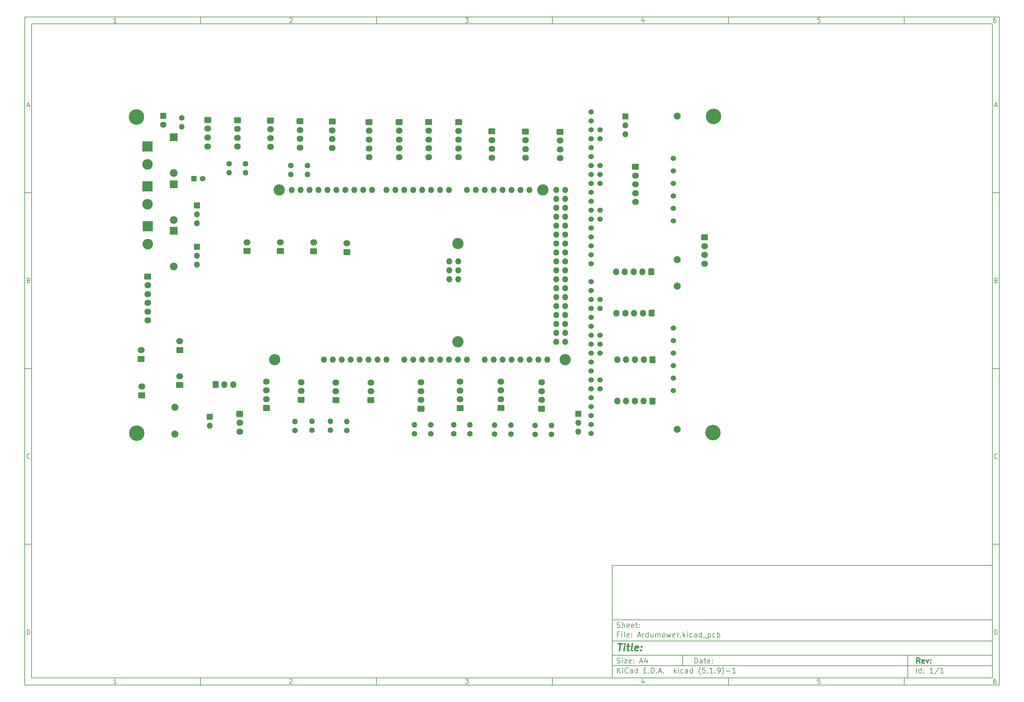
<source format=gbr>
%TF.GenerationSoftware,KiCad,Pcbnew,(5.1.9)-1*%
%TF.CreationDate,2021-06-06T11:02:19+02:00*%
%TF.ProjectId,Ardumower,41726475-6d6f-4776-9572-2e6b69636164,rev?*%
%TF.SameCoordinates,Original*%
%TF.FileFunction,Soldermask,Top*%
%TF.FilePolarity,Negative*%
%FSLAX46Y46*%
G04 Gerber Fmt 4.6, Leading zero omitted, Abs format (unit mm)*
G04 Created by KiCad (PCBNEW (5.1.9)-1) date 2021-06-06 11:02:19*
%MOMM*%
%LPD*%
G01*
G04 APERTURE LIST*
%ADD10C,0.100000*%
%ADD11C,0.150000*%
%ADD12C,0.300000*%
%ADD13C,0.400000*%
%ADD14O,1.950000X1.700000*%
%ADD15O,1.700000X1.950000*%
%ADD16O,2.000000X1.700000*%
%ADD17O,1.600000X1.600000*%
%ADD18C,1.600000*%
%ADD19O,1.700000X1.700000*%
%ADD20R,1.700000X1.700000*%
%ADD21C,4.400000*%
%ADD22C,2.600000*%
%ADD23C,2.000000*%
%ADD24C,1.524000*%
%ADD25C,3.000000*%
%ADD26R,3.000000X3.000000*%
%ADD27O,2.200000X2.200000*%
%ADD28R,2.200000X2.200000*%
%ADD29C,1.800000*%
%ADD30R,1.800000X1.800000*%
%ADD31O,1.727200X1.727200*%
%ADD32C,3.200000*%
%ADD33R,1.600000X1.600000*%
G04 APERTURE END LIST*
D10*
D11*
X177002200Y-166007200D02*
X177002200Y-198007200D01*
X285002200Y-198007200D01*
X285002200Y-166007200D01*
X177002200Y-166007200D01*
D10*
D11*
X10000000Y-10000000D02*
X10000000Y-200007200D01*
X287002200Y-200007200D01*
X287002200Y-10000000D01*
X10000000Y-10000000D01*
D10*
D11*
X12000000Y-12000000D02*
X12000000Y-198007200D01*
X285002200Y-198007200D01*
X285002200Y-12000000D01*
X12000000Y-12000000D01*
D10*
D11*
X60000000Y-12000000D02*
X60000000Y-10000000D01*
D10*
D11*
X110000000Y-12000000D02*
X110000000Y-10000000D01*
D10*
D11*
X160000000Y-12000000D02*
X160000000Y-10000000D01*
D10*
D11*
X210000000Y-12000000D02*
X210000000Y-10000000D01*
D10*
D11*
X260000000Y-12000000D02*
X260000000Y-10000000D01*
D10*
D11*
X36065476Y-11588095D02*
X35322619Y-11588095D01*
X35694047Y-11588095D02*
X35694047Y-10288095D01*
X35570238Y-10473809D01*
X35446428Y-10597619D01*
X35322619Y-10659523D01*
D10*
D11*
X85322619Y-10411904D02*
X85384523Y-10350000D01*
X85508333Y-10288095D01*
X85817857Y-10288095D01*
X85941666Y-10350000D01*
X86003571Y-10411904D01*
X86065476Y-10535714D01*
X86065476Y-10659523D01*
X86003571Y-10845238D01*
X85260714Y-11588095D01*
X86065476Y-11588095D01*
D10*
D11*
X135260714Y-10288095D02*
X136065476Y-10288095D01*
X135632142Y-10783333D01*
X135817857Y-10783333D01*
X135941666Y-10845238D01*
X136003571Y-10907142D01*
X136065476Y-11030952D01*
X136065476Y-11340476D01*
X136003571Y-11464285D01*
X135941666Y-11526190D01*
X135817857Y-11588095D01*
X135446428Y-11588095D01*
X135322619Y-11526190D01*
X135260714Y-11464285D01*
D10*
D11*
X185941666Y-10721428D02*
X185941666Y-11588095D01*
X185632142Y-10226190D02*
X185322619Y-11154761D01*
X186127380Y-11154761D01*
D10*
D11*
X236003571Y-10288095D02*
X235384523Y-10288095D01*
X235322619Y-10907142D01*
X235384523Y-10845238D01*
X235508333Y-10783333D01*
X235817857Y-10783333D01*
X235941666Y-10845238D01*
X236003571Y-10907142D01*
X236065476Y-11030952D01*
X236065476Y-11340476D01*
X236003571Y-11464285D01*
X235941666Y-11526190D01*
X235817857Y-11588095D01*
X235508333Y-11588095D01*
X235384523Y-11526190D01*
X235322619Y-11464285D01*
D10*
D11*
X285941666Y-10288095D02*
X285694047Y-10288095D01*
X285570238Y-10350000D01*
X285508333Y-10411904D01*
X285384523Y-10597619D01*
X285322619Y-10845238D01*
X285322619Y-11340476D01*
X285384523Y-11464285D01*
X285446428Y-11526190D01*
X285570238Y-11588095D01*
X285817857Y-11588095D01*
X285941666Y-11526190D01*
X286003571Y-11464285D01*
X286065476Y-11340476D01*
X286065476Y-11030952D01*
X286003571Y-10907142D01*
X285941666Y-10845238D01*
X285817857Y-10783333D01*
X285570238Y-10783333D01*
X285446428Y-10845238D01*
X285384523Y-10907142D01*
X285322619Y-11030952D01*
D10*
D11*
X60000000Y-198007200D02*
X60000000Y-200007200D01*
D10*
D11*
X110000000Y-198007200D02*
X110000000Y-200007200D01*
D10*
D11*
X160000000Y-198007200D02*
X160000000Y-200007200D01*
D10*
D11*
X210000000Y-198007200D02*
X210000000Y-200007200D01*
D10*
D11*
X260000000Y-198007200D02*
X260000000Y-200007200D01*
D10*
D11*
X36065476Y-199595295D02*
X35322619Y-199595295D01*
X35694047Y-199595295D02*
X35694047Y-198295295D01*
X35570238Y-198481009D01*
X35446428Y-198604819D01*
X35322619Y-198666723D01*
D10*
D11*
X85322619Y-198419104D02*
X85384523Y-198357200D01*
X85508333Y-198295295D01*
X85817857Y-198295295D01*
X85941666Y-198357200D01*
X86003571Y-198419104D01*
X86065476Y-198542914D01*
X86065476Y-198666723D01*
X86003571Y-198852438D01*
X85260714Y-199595295D01*
X86065476Y-199595295D01*
D10*
D11*
X135260714Y-198295295D02*
X136065476Y-198295295D01*
X135632142Y-198790533D01*
X135817857Y-198790533D01*
X135941666Y-198852438D01*
X136003571Y-198914342D01*
X136065476Y-199038152D01*
X136065476Y-199347676D01*
X136003571Y-199471485D01*
X135941666Y-199533390D01*
X135817857Y-199595295D01*
X135446428Y-199595295D01*
X135322619Y-199533390D01*
X135260714Y-199471485D01*
D10*
D11*
X185941666Y-198728628D02*
X185941666Y-199595295D01*
X185632142Y-198233390D02*
X185322619Y-199161961D01*
X186127380Y-199161961D01*
D10*
D11*
X236003571Y-198295295D02*
X235384523Y-198295295D01*
X235322619Y-198914342D01*
X235384523Y-198852438D01*
X235508333Y-198790533D01*
X235817857Y-198790533D01*
X235941666Y-198852438D01*
X236003571Y-198914342D01*
X236065476Y-199038152D01*
X236065476Y-199347676D01*
X236003571Y-199471485D01*
X235941666Y-199533390D01*
X235817857Y-199595295D01*
X235508333Y-199595295D01*
X235384523Y-199533390D01*
X235322619Y-199471485D01*
D10*
D11*
X285941666Y-198295295D02*
X285694047Y-198295295D01*
X285570238Y-198357200D01*
X285508333Y-198419104D01*
X285384523Y-198604819D01*
X285322619Y-198852438D01*
X285322619Y-199347676D01*
X285384523Y-199471485D01*
X285446428Y-199533390D01*
X285570238Y-199595295D01*
X285817857Y-199595295D01*
X285941666Y-199533390D01*
X286003571Y-199471485D01*
X286065476Y-199347676D01*
X286065476Y-199038152D01*
X286003571Y-198914342D01*
X285941666Y-198852438D01*
X285817857Y-198790533D01*
X285570238Y-198790533D01*
X285446428Y-198852438D01*
X285384523Y-198914342D01*
X285322619Y-199038152D01*
D10*
D11*
X10000000Y-60000000D02*
X12000000Y-60000000D01*
D10*
D11*
X10000000Y-110000000D02*
X12000000Y-110000000D01*
D10*
D11*
X10000000Y-160000000D02*
X12000000Y-160000000D01*
D10*
D11*
X10690476Y-35216666D02*
X11309523Y-35216666D01*
X10566666Y-35588095D02*
X11000000Y-34288095D01*
X11433333Y-35588095D01*
D10*
D11*
X11092857Y-84907142D02*
X11278571Y-84969047D01*
X11340476Y-85030952D01*
X11402380Y-85154761D01*
X11402380Y-85340476D01*
X11340476Y-85464285D01*
X11278571Y-85526190D01*
X11154761Y-85588095D01*
X10659523Y-85588095D01*
X10659523Y-84288095D01*
X11092857Y-84288095D01*
X11216666Y-84350000D01*
X11278571Y-84411904D01*
X11340476Y-84535714D01*
X11340476Y-84659523D01*
X11278571Y-84783333D01*
X11216666Y-84845238D01*
X11092857Y-84907142D01*
X10659523Y-84907142D01*
D10*
D11*
X11402380Y-135464285D02*
X11340476Y-135526190D01*
X11154761Y-135588095D01*
X11030952Y-135588095D01*
X10845238Y-135526190D01*
X10721428Y-135402380D01*
X10659523Y-135278571D01*
X10597619Y-135030952D01*
X10597619Y-134845238D01*
X10659523Y-134597619D01*
X10721428Y-134473809D01*
X10845238Y-134350000D01*
X11030952Y-134288095D01*
X11154761Y-134288095D01*
X11340476Y-134350000D01*
X11402380Y-134411904D01*
D10*
D11*
X10659523Y-185588095D02*
X10659523Y-184288095D01*
X10969047Y-184288095D01*
X11154761Y-184350000D01*
X11278571Y-184473809D01*
X11340476Y-184597619D01*
X11402380Y-184845238D01*
X11402380Y-185030952D01*
X11340476Y-185278571D01*
X11278571Y-185402380D01*
X11154761Y-185526190D01*
X10969047Y-185588095D01*
X10659523Y-185588095D01*
D10*
D11*
X287002200Y-60000000D02*
X285002200Y-60000000D01*
D10*
D11*
X287002200Y-110000000D02*
X285002200Y-110000000D01*
D10*
D11*
X287002200Y-160000000D02*
X285002200Y-160000000D01*
D10*
D11*
X285692676Y-35216666D02*
X286311723Y-35216666D01*
X285568866Y-35588095D02*
X286002200Y-34288095D01*
X286435533Y-35588095D01*
D10*
D11*
X286095057Y-84907142D02*
X286280771Y-84969047D01*
X286342676Y-85030952D01*
X286404580Y-85154761D01*
X286404580Y-85340476D01*
X286342676Y-85464285D01*
X286280771Y-85526190D01*
X286156961Y-85588095D01*
X285661723Y-85588095D01*
X285661723Y-84288095D01*
X286095057Y-84288095D01*
X286218866Y-84350000D01*
X286280771Y-84411904D01*
X286342676Y-84535714D01*
X286342676Y-84659523D01*
X286280771Y-84783333D01*
X286218866Y-84845238D01*
X286095057Y-84907142D01*
X285661723Y-84907142D01*
D10*
D11*
X286404580Y-135464285D02*
X286342676Y-135526190D01*
X286156961Y-135588095D01*
X286033152Y-135588095D01*
X285847438Y-135526190D01*
X285723628Y-135402380D01*
X285661723Y-135278571D01*
X285599819Y-135030952D01*
X285599819Y-134845238D01*
X285661723Y-134597619D01*
X285723628Y-134473809D01*
X285847438Y-134350000D01*
X286033152Y-134288095D01*
X286156961Y-134288095D01*
X286342676Y-134350000D01*
X286404580Y-134411904D01*
D10*
D11*
X285661723Y-185588095D02*
X285661723Y-184288095D01*
X285971247Y-184288095D01*
X286156961Y-184350000D01*
X286280771Y-184473809D01*
X286342676Y-184597619D01*
X286404580Y-184845238D01*
X286404580Y-185030952D01*
X286342676Y-185278571D01*
X286280771Y-185402380D01*
X286156961Y-185526190D01*
X285971247Y-185588095D01*
X285661723Y-185588095D01*
D10*
D11*
X200434342Y-193785771D02*
X200434342Y-192285771D01*
X200791485Y-192285771D01*
X201005771Y-192357200D01*
X201148628Y-192500057D01*
X201220057Y-192642914D01*
X201291485Y-192928628D01*
X201291485Y-193142914D01*
X201220057Y-193428628D01*
X201148628Y-193571485D01*
X201005771Y-193714342D01*
X200791485Y-193785771D01*
X200434342Y-193785771D01*
X202577200Y-193785771D02*
X202577200Y-193000057D01*
X202505771Y-192857200D01*
X202362914Y-192785771D01*
X202077200Y-192785771D01*
X201934342Y-192857200D01*
X202577200Y-193714342D02*
X202434342Y-193785771D01*
X202077200Y-193785771D01*
X201934342Y-193714342D01*
X201862914Y-193571485D01*
X201862914Y-193428628D01*
X201934342Y-193285771D01*
X202077200Y-193214342D01*
X202434342Y-193214342D01*
X202577200Y-193142914D01*
X203077200Y-192785771D02*
X203648628Y-192785771D01*
X203291485Y-192285771D02*
X203291485Y-193571485D01*
X203362914Y-193714342D01*
X203505771Y-193785771D01*
X203648628Y-193785771D01*
X204720057Y-193714342D02*
X204577200Y-193785771D01*
X204291485Y-193785771D01*
X204148628Y-193714342D01*
X204077200Y-193571485D01*
X204077200Y-193000057D01*
X204148628Y-192857200D01*
X204291485Y-192785771D01*
X204577200Y-192785771D01*
X204720057Y-192857200D01*
X204791485Y-193000057D01*
X204791485Y-193142914D01*
X204077200Y-193285771D01*
X205434342Y-193642914D02*
X205505771Y-193714342D01*
X205434342Y-193785771D01*
X205362914Y-193714342D01*
X205434342Y-193642914D01*
X205434342Y-193785771D01*
X205434342Y-192857200D02*
X205505771Y-192928628D01*
X205434342Y-193000057D01*
X205362914Y-192928628D01*
X205434342Y-192857200D01*
X205434342Y-193000057D01*
D10*
D11*
X177002200Y-194507200D02*
X285002200Y-194507200D01*
D10*
D11*
X178434342Y-196585771D02*
X178434342Y-195085771D01*
X179291485Y-196585771D02*
X178648628Y-195728628D01*
X179291485Y-195085771D02*
X178434342Y-195942914D01*
X179934342Y-196585771D02*
X179934342Y-195585771D01*
X179934342Y-195085771D02*
X179862914Y-195157200D01*
X179934342Y-195228628D01*
X180005771Y-195157200D01*
X179934342Y-195085771D01*
X179934342Y-195228628D01*
X181505771Y-196442914D02*
X181434342Y-196514342D01*
X181220057Y-196585771D01*
X181077200Y-196585771D01*
X180862914Y-196514342D01*
X180720057Y-196371485D01*
X180648628Y-196228628D01*
X180577200Y-195942914D01*
X180577200Y-195728628D01*
X180648628Y-195442914D01*
X180720057Y-195300057D01*
X180862914Y-195157200D01*
X181077200Y-195085771D01*
X181220057Y-195085771D01*
X181434342Y-195157200D01*
X181505771Y-195228628D01*
X182791485Y-196585771D02*
X182791485Y-195800057D01*
X182720057Y-195657200D01*
X182577200Y-195585771D01*
X182291485Y-195585771D01*
X182148628Y-195657200D01*
X182791485Y-196514342D02*
X182648628Y-196585771D01*
X182291485Y-196585771D01*
X182148628Y-196514342D01*
X182077200Y-196371485D01*
X182077200Y-196228628D01*
X182148628Y-196085771D01*
X182291485Y-196014342D01*
X182648628Y-196014342D01*
X182791485Y-195942914D01*
X184148628Y-196585771D02*
X184148628Y-195085771D01*
X184148628Y-196514342D02*
X184005771Y-196585771D01*
X183720057Y-196585771D01*
X183577200Y-196514342D01*
X183505771Y-196442914D01*
X183434342Y-196300057D01*
X183434342Y-195871485D01*
X183505771Y-195728628D01*
X183577200Y-195657200D01*
X183720057Y-195585771D01*
X184005771Y-195585771D01*
X184148628Y-195657200D01*
X186005771Y-195800057D02*
X186505771Y-195800057D01*
X186720057Y-196585771D02*
X186005771Y-196585771D01*
X186005771Y-195085771D01*
X186720057Y-195085771D01*
X187362914Y-196442914D02*
X187434342Y-196514342D01*
X187362914Y-196585771D01*
X187291485Y-196514342D01*
X187362914Y-196442914D01*
X187362914Y-196585771D01*
X188077200Y-196585771D02*
X188077200Y-195085771D01*
X188434342Y-195085771D01*
X188648628Y-195157200D01*
X188791485Y-195300057D01*
X188862914Y-195442914D01*
X188934342Y-195728628D01*
X188934342Y-195942914D01*
X188862914Y-196228628D01*
X188791485Y-196371485D01*
X188648628Y-196514342D01*
X188434342Y-196585771D01*
X188077200Y-196585771D01*
X189577200Y-196442914D02*
X189648628Y-196514342D01*
X189577200Y-196585771D01*
X189505771Y-196514342D01*
X189577200Y-196442914D01*
X189577200Y-196585771D01*
X190220057Y-196157200D02*
X190934342Y-196157200D01*
X190077200Y-196585771D02*
X190577200Y-195085771D01*
X191077200Y-196585771D01*
X191577200Y-196442914D02*
X191648628Y-196514342D01*
X191577200Y-196585771D01*
X191505771Y-196514342D01*
X191577200Y-196442914D01*
X191577200Y-196585771D01*
X194577200Y-196585771D02*
X194577200Y-195085771D01*
X194720057Y-196014342D02*
X195148628Y-196585771D01*
X195148628Y-195585771D02*
X194577200Y-196157200D01*
X195791485Y-196585771D02*
X195791485Y-195585771D01*
X195791485Y-195085771D02*
X195720057Y-195157200D01*
X195791485Y-195228628D01*
X195862914Y-195157200D01*
X195791485Y-195085771D01*
X195791485Y-195228628D01*
X197148628Y-196514342D02*
X197005771Y-196585771D01*
X196720057Y-196585771D01*
X196577200Y-196514342D01*
X196505771Y-196442914D01*
X196434342Y-196300057D01*
X196434342Y-195871485D01*
X196505771Y-195728628D01*
X196577200Y-195657200D01*
X196720057Y-195585771D01*
X197005771Y-195585771D01*
X197148628Y-195657200D01*
X198434342Y-196585771D02*
X198434342Y-195800057D01*
X198362914Y-195657200D01*
X198220057Y-195585771D01*
X197934342Y-195585771D01*
X197791485Y-195657200D01*
X198434342Y-196514342D02*
X198291485Y-196585771D01*
X197934342Y-196585771D01*
X197791485Y-196514342D01*
X197720057Y-196371485D01*
X197720057Y-196228628D01*
X197791485Y-196085771D01*
X197934342Y-196014342D01*
X198291485Y-196014342D01*
X198434342Y-195942914D01*
X199791485Y-196585771D02*
X199791485Y-195085771D01*
X199791485Y-196514342D02*
X199648628Y-196585771D01*
X199362914Y-196585771D01*
X199220057Y-196514342D01*
X199148628Y-196442914D01*
X199077200Y-196300057D01*
X199077200Y-195871485D01*
X199148628Y-195728628D01*
X199220057Y-195657200D01*
X199362914Y-195585771D01*
X199648628Y-195585771D01*
X199791485Y-195657200D01*
X202077200Y-197157200D02*
X202005771Y-197085771D01*
X201862914Y-196871485D01*
X201791485Y-196728628D01*
X201720057Y-196514342D01*
X201648628Y-196157200D01*
X201648628Y-195871485D01*
X201720057Y-195514342D01*
X201791485Y-195300057D01*
X201862914Y-195157200D01*
X202005771Y-194942914D01*
X202077200Y-194871485D01*
X203362914Y-195085771D02*
X202648628Y-195085771D01*
X202577200Y-195800057D01*
X202648628Y-195728628D01*
X202791485Y-195657200D01*
X203148628Y-195657200D01*
X203291485Y-195728628D01*
X203362914Y-195800057D01*
X203434342Y-195942914D01*
X203434342Y-196300057D01*
X203362914Y-196442914D01*
X203291485Y-196514342D01*
X203148628Y-196585771D01*
X202791485Y-196585771D01*
X202648628Y-196514342D01*
X202577200Y-196442914D01*
X204077200Y-196442914D02*
X204148628Y-196514342D01*
X204077200Y-196585771D01*
X204005771Y-196514342D01*
X204077200Y-196442914D01*
X204077200Y-196585771D01*
X205577200Y-196585771D02*
X204720057Y-196585771D01*
X205148628Y-196585771D02*
X205148628Y-195085771D01*
X205005771Y-195300057D01*
X204862914Y-195442914D01*
X204720057Y-195514342D01*
X206220057Y-196442914D02*
X206291485Y-196514342D01*
X206220057Y-196585771D01*
X206148628Y-196514342D01*
X206220057Y-196442914D01*
X206220057Y-196585771D01*
X207005771Y-196585771D02*
X207291485Y-196585771D01*
X207434342Y-196514342D01*
X207505771Y-196442914D01*
X207648628Y-196228628D01*
X207720057Y-195942914D01*
X207720057Y-195371485D01*
X207648628Y-195228628D01*
X207577200Y-195157200D01*
X207434342Y-195085771D01*
X207148628Y-195085771D01*
X207005771Y-195157200D01*
X206934342Y-195228628D01*
X206862914Y-195371485D01*
X206862914Y-195728628D01*
X206934342Y-195871485D01*
X207005771Y-195942914D01*
X207148628Y-196014342D01*
X207434342Y-196014342D01*
X207577200Y-195942914D01*
X207648628Y-195871485D01*
X207720057Y-195728628D01*
X208220057Y-197157200D02*
X208291485Y-197085771D01*
X208434342Y-196871485D01*
X208505771Y-196728628D01*
X208577200Y-196514342D01*
X208648628Y-196157200D01*
X208648628Y-195871485D01*
X208577200Y-195514342D01*
X208505771Y-195300057D01*
X208434342Y-195157200D01*
X208291485Y-194942914D01*
X208220057Y-194871485D01*
X209362914Y-196014342D02*
X210505771Y-196014342D01*
X212005771Y-196585771D02*
X211148628Y-196585771D01*
X211577200Y-196585771D02*
X211577200Y-195085771D01*
X211434342Y-195300057D01*
X211291485Y-195442914D01*
X211148628Y-195514342D01*
D10*
D11*
X177002200Y-191507200D02*
X285002200Y-191507200D01*
D10*
D12*
X264411485Y-193785771D02*
X263911485Y-193071485D01*
X263554342Y-193785771D02*
X263554342Y-192285771D01*
X264125771Y-192285771D01*
X264268628Y-192357200D01*
X264340057Y-192428628D01*
X264411485Y-192571485D01*
X264411485Y-192785771D01*
X264340057Y-192928628D01*
X264268628Y-193000057D01*
X264125771Y-193071485D01*
X263554342Y-193071485D01*
X265625771Y-193714342D02*
X265482914Y-193785771D01*
X265197200Y-193785771D01*
X265054342Y-193714342D01*
X264982914Y-193571485D01*
X264982914Y-193000057D01*
X265054342Y-192857200D01*
X265197200Y-192785771D01*
X265482914Y-192785771D01*
X265625771Y-192857200D01*
X265697200Y-193000057D01*
X265697200Y-193142914D01*
X264982914Y-193285771D01*
X266197200Y-192785771D02*
X266554342Y-193785771D01*
X266911485Y-192785771D01*
X267482914Y-193642914D02*
X267554342Y-193714342D01*
X267482914Y-193785771D01*
X267411485Y-193714342D01*
X267482914Y-193642914D01*
X267482914Y-193785771D01*
X267482914Y-192857200D02*
X267554342Y-192928628D01*
X267482914Y-193000057D01*
X267411485Y-192928628D01*
X267482914Y-192857200D01*
X267482914Y-193000057D01*
D10*
D11*
X178362914Y-193714342D02*
X178577200Y-193785771D01*
X178934342Y-193785771D01*
X179077200Y-193714342D01*
X179148628Y-193642914D01*
X179220057Y-193500057D01*
X179220057Y-193357200D01*
X179148628Y-193214342D01*
X179077200Y-193142914D01*
X178934342Y-193071485D01*
X178648628Y-193000057D01*
X178505771Y-192928628D01*
X178434342Y-192857200D01*
X178362914Y-192714342D01*
X178362914Y-192571485D01*
X178434342Y-192428628D01*
X178505771Y-192357200D01*
X178648628Y-192285771D01*
X179005771Y-192285771D01*
X179220057Y-192357200D01*
X179862914Y-193785771D02*
X179862914Y-192785771D01*
X179862914Y-192285771D02*
X179791485Y-192357200D01*
X179862914Y-192428628D01*
X179934342Y-192357200D01*
X179862914Y-192285771D01*
X179862914Y-192428628D01*
X180434342Y-192785771D02*
X181220057Y-192785771D01*
X180434342Y-193785771D01*
X181220057Y-193785771D01*
X182362914Y-193714342D02*
X182220057Y-193785771D01*
X181934342Y-193785771D01*
X181791485Y-193714342D01*
X181720057Y-193571485D01*
X181720057Y-193000057D01*
X181791485Y-192857200D01*
X181934342Y-192785771D01*
X182220057Y-192785771D01*
X182362914Y-192857200D01*
X182434342Y-193000057D01*
X182434342Y-193142914D01*
X181720057Y-193285771D01*
X183077200Y-193642914D02*
X183148628Y-193714342D01*
X183077200Y-193785771D01*
X183005771Y-193714342D01*
X183077200Y-193642914D01*
X183077200Y-193785771D01*
X183077200Y-192857200D02*
X183148628Y-192928628D01*
X183077200Y-193000057D01*
X183005771Y-192928628D01*
X183077200Y-192857200D01*
X183077200Y-193000057D01*
X184862914Y-193357200D02*
X185577200Y-193357200D01*
X184720057Y-193785771D02*
X185220057Y-192285771D01*
X185720057Y-193785771D01*
X186862914Y-192785771D02*
X186862914Y-193785771D01*
X186505771Y-192214342D02*
X186148628Y-193285771D01*
X187077200Y-193285771D01*
D10*
D11*
X263434342Y-196585771D02*
X263434342Y-195085771D01*
X264791485Y-196585771D02*
X264791485Y-195085771D01*
X264791485Y-196514342D02*
X264648628Y-196585771D01*
X264362914Y-196585771D01*
X264220057Y-196514342D01*
X264148628Y-196442914D01*
X264077200Y-196300057D01*
X264077200Y-195871485D01*
X264148628Y-195728628D01*
X264220057Y-195657200D01*
X264362914Y-195585771D01*
X264648628Y-195585771D01*
X264791485Y-195657200D01*
X265505771Y-196442914D02*
X265577200Y-196514342D01*
X265505771Y-196585771D01*
X265434342Y-196514342D01*
X265505771Y-196442914D01*
X265505771Y-196585771D01*
X265505771Y-195657200D02*
X265577200Y-195728628D01*
X265505771Y-195800057D01*
X265434342Y-195728628D01*
X265505771Y-195657200D01*
X265505771Y-195800057D01*
X268148628Y-196585771D02*
X267291485Y-196585771D01*
X267720057Y-196585771D02*
X267720057Y-195085771D01*
X267577200Y-195300057D01*
X267434342Y-195442914D01*
X267291485Y-195514342D01*
X269862914Y-195014342D02*
X268577200Y-196942914D01*
X271148628Y-196585771D02*
X270291485Y-196585771D01*
X270720057Y-196585771D02*
X270720057Y-195085771D01*
X270577200Y-195300057D01*
X270434342Y-195442914D01*
X270291485Y-195514342D01*
D10*
D11*
X177002200Y-187507200D02*
X285002200Y-187507200D01*
D10*
D13*
X178714580Y-188211961D02*
X179857438Y-188211961D01*
X179036009Y-190211961D02*
X179286009Y-188211961D01*
X180274104Y-190211961D02*
X180440771Y-188878628D01*
X180524104Y-188211961D02*
X180416961Y-188307200D01*
X180500295Y-188402438D01*
X180607438Y-188307200D01*
X180524104Y-188211961D01*
X180500295Y-188402438D01*
X181107438Y-188878628D02*
X181869342Y-188878628D01*
X181476485Y-188211961D02*
X181262200Y-189926247D01*
X181333628Y-190116723D01*
X181512200Y-190211961D01*
X181702676Y-190211961D01*
X182655057Y-190211961D02*
X182476485Y-190116723D01*
X182405057Y-189926247D01*
X182619342Y-188211961D01*
X184190771Y-190116723D02*
X183988390Y-190211961D01*
X183607438Y-190211961D01*
X183428866Y-190116723D01*
X183357438Y-189926247D01*
X183452676Y-189164342D01*
X183571723Y-188973866D01*
X183774104Y-188878628D01*
X184155057Y-188878628D01*
X184333628Y-188973866D01*
X184405057Y-189164342D01*
X184381247Y-189354819D01*
X183405057Y-189545295D01*
X185155057Y-190021485D02*
X185238390Y-190116723D01*
X185131247Y-190211961D01*
X185047914Y-190116723D01*
X185155057Y-190021485D01*
X185131247Y-190211961D01*
X185286009Y-188973866D02*
X185369342Y-189069104D01*
X185262200Y-189164342D01*
X185178866Y-189069104D01*
X185286009Y-188973866D01*
X185262200Y-189164342D01*
D10*
D11*
X178934342Y-185600057D02*
X178434342Y-185600057D01*
X178434342Y-186385771D02*
X178434342Y-184885771D01*
X179148628Y-184885771D01*
X179720057Y-186385771D02*
X179720057Y-185385771D01*
X179720057Y-184885771D02*
X179648628Y-184957200D01*
X179720057Y-185028628D01*
X179791485Y-184957200D01*
X179720057Y-184885771D01*
X179720057Y-185028628D01*
X180648628Y-186385771D02*
X180505771Y-186314342D01*
X180434342Y-186171485D01*
X180434342Y-184885771D01*
X181791485Y-186314342D02*
X181648628Y-186385771D01*
X181362914Y-186385771D01*
X181220057Y-186314342D01*
X181148628Y-186171485D01*
X181148628Y-185600057D01*
X181220057Y-185457200D01*
X181362914Y-185385771D01*
X181648628Y-185385771D01*
X181791485Y-185457200D01*
X181862914Y-185600057D01*
X181862914Y-185742914D01*
X181148628Y-185885771D01*
X182505771Y-186242914D02*
X182577200Y-186314342D01*
X182505771Y-186385771D01*
X182434342Y-186314342D01*
X182505771Y-186242914D01*
X182505771Y-186385771D01*
X182505771Y-185457200D02*
X182577200Y-185528628D01*
X182505771Y-185600057D01*
X182434342Y-185528628D01*
X182505771Y-185457200D01*
X182505771Y-185600057D01*
X184291485Y-185957200D02*
X185005771Y-185957200D01*
X184148628Y-186385771D02*
X184648628Y-184885771D01*
X185148628Y-186385771D01*
X185648628Y-186385771D02*
X185648628Y-185385771D01*
X185648628Y-185671485D02*
X185720057Y-185528628D01*
X185791485Y-185457200D01*
X185934342Y-185385771D01*
X186077200Y-185385771D01*
X187220057Y-186385771D02*
X187220057Y-184885771D01*
X187220057Y-186314342D02*
X187077200Y-186385771D01*
X186791485Y-186385771D01*
X186648628Y-186314342D01*
X186577200Y-186242914D01*
X186505771Y-186100057D01*
X186505771Y-185671485D01*
X186577200Y-185528628D01*
X186648628Y-185457200D01*
X186791485Y-185385771D01*
X187077200Y-185385771D01*
X187220057Y-185457200D01*
X188577200Y-185385771D02*
X188577200Y-186385771D01*
X187934342Y-185385771D02*
X187934342Y-186171485D01*
X188005771Y-186314342D01*
X188148628Y-186385771D01*
X188362914Y-186385771D01*
X188505771Y-186314342D01*
X188577200Y-186242914D01*
X189291485Y-186385771D02*
X189291485Y-185385771D01*
X189291485Y-185528628D02*
X189362914Y-185457200D01*
X189505771Y-185385771D01*
X189720057Y-185385771D01*
X189862914Y-185457200D01*
X189934342Y-185600057D01*
X189934342Y-186385771D01*
X189934342Y-185600057D02*
X190005771Y-185457200D01*
X190148628Y-185385771D01*
X190362914Y-185385771D01*
X190505771Y-185457200D01*
X190577200Y-185600057D01*
X190577200Y-186385771D01*
X191505771Y-186385771D02*
X191362914Y-186314342D01*
X191291485Y-186242914D01*
X191220057Y-186100057D01*
X191220057Y-185671485D01*
X191291485Y-185528628D01*
X191362914Y-185457200D01*
X191505771Y-185385771D01*
X191720057Y-185385771D01*
X191862914Y-185457200D01*
X191934342Y-185528628D01*
X192005771Y-185671485D01*
X192005771Y-186100057D01*
X191934342Y-186242914D01*
X191862914Y-186314342D01*
X191720057Y-186385771D01*
X191505771Y-186385771D01*
X192505771Y-185385771D02*
X192791485Y-186385771D01*
X193077200Y-185671485D01*
X193362914Y-186385771D01*
X193648628Y-185385771D01*
X194791485Y-186314342D02*
X194648628Y-186385771D01*
X194362914Y-186385771D01*
X194220057Y-186314342D01*
X194148628Y-186171485D01*
X194148628Y-185600057D01*
X194220057Y-185457200D01*
X194362914Y-185385771D01*
X194648628Y-185385771D01*
X194791485Y-185457200D01*
X194862914Y-185600057D01*
X194862914Y-185742914D01*
X194148628Y-185885771D01*
X195505771Y-186385771D02*
X195505771Y-185385771D01*
X195505771Y-185671485D02*
X195577200Y-185528628D01*
X195648628Y-185457200D01*
X195791485Y-185385771D01*
X195934342Y-185385771D01*
X196434342Y-186242914D02*
X196505771Y-186314342D01*
X196434342Y-186385771D01*
X196362914Y-186314342D01*
X196434342Y-186242914D01*
X196434342Y-186385771D01*
X197148628Y-186385771D02*
X197148628Y-184885771D01*
X197291485Y-185814342D02*
X197720057Y-186385771D01*
X197720057Y-185385771D02*
X197148628Y-185957200D01*
X198362914Y-186385771D02*
X198362914Y-185385771D01*
X198362914Y-184885771D02*
X198291485Y-184957200D01*
X198362914Y-185028628D01*
X198434342Y-184957200D01*
X198362914Y-184885771D01*
X198362914Y-185028628D01*
X199720057Y-186314342D02*
X199577200Y-186385771D01*
X199291485Y-186385771D01*
X199148628Y-186314342D01*
X199077200Y-186242914D01*
X199005771Y-186100057D01*
X199005771Y-185671485D01*
X199077200Y-185528628D01*
X199148628Y-185457200D01*
X199291485Y-185385771D01*
X199577200Y-185385771D01*
X199720057Y-185457200D01*
X201005771Y-186385771D02*
X201005771Y-185600057D01*
X200934342Y-185457200D01*
X200791485Y-185385771D01*
X200505771Y-185385771D01*
X200362914Y-185457200D01*
X201005771Y-186314342D02*
X200862914Y-186385771D01*
X200505771Y-186385771D01*
X200362914Y-186314342D01*
X200291485Y-186171485D01*
X200291485Y-186028628D01*
X200362914Y-185885771D01*
X200505771Y-185814342D01*
X200862914Y-185814342D01*
X201005771Y-185742914D01*
X202362914Y-186385771D02*
X202362914Y-184885771D01*
X202362914Y-186314342D02*
X202220057Y-186385771D01*
X201934342Y-186385771D01*
X201791485Y-186314342D01*
X201720057Y-186242914D01*
X201648628Y-186100057D01*
X201648628Y-185671485D01*
X201720057Y-185528628D01*
X201791485Y-185457200D01*
X201934342Y-185385771D01*
X202220057Y-185385771D01*
X202362914Y-185457200D01*
X202720057Y-186528628D02*
X203862914Y-186528628D01*
X204220057Y-185385771D02*
X204220057Y-186885771D01*
X204220057Y-185457200D02*
X204362914Y-185385771D01*
X204648628Y-185385771D01*
X204791485Y-185457200D01*
X204862914Y-185528628D01*
X204934342Y-185671485D01*
X204934342Y-186100057D01*
X204862914Y-186242914D01*
X204791485Y-186314342D01*
X204648628Y-186385771D01*
X204362914Y-186385771D01*
X204220057Y-186314342D01*
X206220057Y-186314342D02*
X206077200Y-186385771D01*
X205791485Y-186385771D01*
X205648628Y-186314342D01*
X205577200Y-186242914D01*
X205505771Y-186100057D01*
X205505771Y-185671485D01*
X205577200Y-185528628D01*
X205648628Y-185457200D01*
X205791485Y-185385771D01*
X206077200Y-185385771D01*
X206220057Y-185457200D01*
X206862914Y-186385771D02*
X206862914Y-184885771D01*
X206862914Y-185457200D02*
X207005771Y-185385771D01*
X207291485Y-185385771D01*
X207434342Y-185457200D01*
X207505771Y-185528628D01*
X207577200Y-185671485D01*
X207577200Y-186100057D01*
X207505771Y-186242914D01*
X207434342Y-186314342D01*
X207291485Y-186385771D01*
X207005771Y-186385771D01*
X206862914Y-186314342D01*
D10*
D11*
X177002200Y-181507200D02*
X285002200Y-181507200D01*
D10*
D11*
X178362914Y-183614342D02*
X178577200Y-183685771D01*
X178934342Y-183685771D01*
X179077200Y-183614342D01*
X179148628Y-183542914D01*
X179220057Y-183400057D01*
X179220057Y-183257200D01*
X179148628Y-183114342D01*
X179077200Y-183042914D01*
X178934342Y-182971485D01*
X178648628Y-182900057D01*
X178505771Y-182828628D01*
X178434342Y-182757200D01*
X178362914Y-182614342D01*
X178362914Y-182471485D01*
X178434342Y-182328628D01*
X178505771Y-182257200D01*
X178648628Y-182185771D01*
X179005771Y-182185771D01*
X179220057Y-182257200D01*
X179862914Y-183685771D02*
X179862914Y-182185771D01*
X180505771Y-183685771D02*
X180505771Y-182900057D01*
X180434342Y-182757200D01*
X180291485Y-182685771D01*
X180077200Y-182685771D01*
X179934342Y-182757200D01*
X179862914Y-182828628D01*
X181791485Y-183614342D02*
X181648628Y-183685771D01*
X181362914Y-183685771D01*
X181220057Y-183614342D01*
X181148628Y-183471485D01*
X181148628Y-182900057D01*
X181220057Y-182757200D01*
X181362914Y-182685771D01*
X181648628Y-182685771D01*
X181791485Y-182757200D01*
X181862914Y-182900057D01*
X181862914Y-183042914D01*
X181148628Y-183185771D01*
X183077200Y-183614342D02*
X182934342Y-183685771D01*
X182648628Y-183685771D01*
X182505771Y-183614342D01*
X182434342Y-183471485D01*
X182434342Y-182900057D01*
X182505771Y-182757200D01*
X182648628Y-182685771D01*
X182934342Y-182685771D01*
X183077200Y-182757200D01*
X183148628Y-182900057D01*
X183148628Y-183042914D01*
X182434342Y-183185771D01*
X183577200Y-182685771D02*
X184148628Y-182685771D01*
X183791485Y-182185771D02*
X183791485Y-183471485D01*
X183862914Y-183614342D01*
X184005771Y-183685771D01*
X184148628Y-183685771D01*
X184648628Y-183542914D02*
X184720057Y-183614342D01*
X184648628Y-183685771D01*
X184577200Y-183614342D01*
X184648628Y-183542914D01*
X184648628Y-183685771D01*
X184648628Y-182757200D02*
X184720057Y-182828628D01*
X184648628Y-182900057D01*
X184577200Y-182828628D01*
X184648628Y-182757200D01*
X184648628Y-182900057D01*
D10*
D11*
X197002200Y-191507200D02*
X197002200Y-194507200D01*
D10*
D11*
X261002200Y-191507200D02*
X261002200Y-198007200D01*
D14*
%TO.C,J42*%
X183580000Y-62630000D03*
X183580000Y-60130000D03*
X183580000Y-57630000D03*
X183580000Y-55130000D03*
G36*
G01*
X182855000Y-51780000D02*
X184305000Y-51780000D01*
G75*
G02*
X184555000Y-52030000I0J-250000D01*
G01*
X184555000Y-53230000D01*
G75*
G02*
X184305000Y-53480000I-250000J0D01*
G01*
X182855000Y-53480000D01*
G75*
G02*
X182605000Y-53230000I0J250000D01*
G01*
X182605000Y-52030000D01*
G75*
G02*
X182855000Y-51780000I250000J0D01*
G01*
G37*
%TD*%
D15*
%TO.C,J41*%
X178400000Y-119250000D03*
X180900000Y-119250000D03*
X183400000Y-119250000D03*
X185900000Y-119250000D03*
G36*
G01*
X189250000Y-118525000D02*
X189250000Y-119975000D01*
G75*
G02*
X189000000Y-120225000I-250000J0D01*
G01*
X187800000Y-120225000D01*
G75*
G02*
X187550000Y-119975000I0J250000D01*
G01*
X187550000Y-118525000D01*
G75*
G02*
X187800000Y-118275000I250000J0D01*
G01*
X189000000Y-118275000D01*
G75*
G02*
X189250000Y-118525000I0J-250000D01*
G01*
G37*
%TD*%
%TO.C,J40*%
X178060000Y-82490000D03*
X180560000Y-82490000D03*
X183060000Y-82490000D03*
X185560000Y-82490000D03*
G36*
G01*
X188910000Y-81765000D02*
X188910000Y-83215000D01*
G75*
G02*
X188660000Y-83465000I-250000J0D01*
G01*
X187460000Y-83465000D01*
G75*
G02*
X187210000Y-83215000I0J250000D01*
G01*
X187210000Y-81765000D01*
G75*
G02*
X187460000Y-81515000I250000J0D01*
G01*
X188660000Y-81515000D01*
G75*
G02*
X188910000Y-81765000I0J-250000D01*
G01*
G37*
%TD*%
D14*
%TO.C,J39*%
X156900000Y-113920000D03*
X156900000Y-116420000D03*
X156900000Y-118920000D03*
G36*
G01*
X157625000Y-122270000D02*
X156175000Y-122270000D01*
G75*
G02*
X155925000Y-122020000I0J250000D01*
G01*
X155925000Y-120820000D01*
G75*
G02*
X156175000Y-120570000I250000J0D01*
G01*
X157625000Y-120570000D01*
G75*
G02*
X157875000Y-120820000I0J-250000D01*
G01*
X157875000Y-122020000D01*
G75*
G02*
X157625000Y-122270000I-250000J0D01*
G01*
G37*
%TD*%
%TO.C,J38*%
X133750000Y-113760000D03*
X133750000Y-116260000D03*
X133750000Y-118760000D03*
G36*
G01*
X134475000Y-122110000D02*
X133025000Y-122110000D01*
G75*
G02*
X132775000Y-121860000I0J250000D01*
G01*
X132775000Y-120660000D01*
G75*
G02*
X133025000Y-120410000I250000J0D01*
G01*
X134475000Y-120410000D01*
G75*
G02*
X134725000Y-120660000I0J-250000D01*
G01*
X134725000Y-121860000D01*
G75*
G02*
X134475000Y-122110000I-250000J0D01*
G01*
G37*
%TD*%
D16*
%TO.C,J36*%
X101580000Y-74380000D03*
G36*
G01*
X102330000Y-77730000D02*
X100830000Y-77730000D01*
G75*
G02*
X100580000Y-77480000I0J250000D01*
G01*
X100580000Y-76280000D01*
G75*
G02*
X100830000Y-76030000I250000J0D01*
G01*
X102330000Y-76030000D01*
G75*
G02*
X102580000Y-76280000I0J-250000D01*
G01*
X102580000Y-77480000D01*
G75*
G02*
X102330000Y-77730000I-250000J0D01*
G01*
G37*
%TD*%
%TO.C,J34*%
X82690000Y-74070000D03*
G36*
G01*
X83440000Y-77420000D02*
X81940000Y-77420000D01*
G75*
G02*
X81690000Y-77170000I0J250000D01*
G01*
X81690000Y-75970000D01*
G75*
G02*
X81940000Y-75720000I250000J0D01*
G01*
X83440000Y-75720000D01*
G75*
G02*
X83690000Y-75970000I0J-250000D01*
G01*
X83690000Y-77170000D01*
G75*
G02*
X83440000Y-77420000I-250000J0D01*
G01*
G37*
%TD*%
%TO.C,J33*%
X92120000Y-74150000D03*
G36*
G01*
X92870000Y-77500000D02*
X91370000Y-77500000D01*
G75*
G02*
X91120000Y-77250000I0J250000D01*
G01*
X91120000Y-76050000D01*
G75*
G02*
X91370000Y-75800000I250000J0D01*
G01*
X92870000Y-75800000D01*
G75*
G02*
X93120000Y-76050000I0J-250000D01*
G01*
X93120000Y-77250000D01*
G75*
G02*
X92870000Y-77500000I-250000J0D01*
G01*
G37*
%TD*%
%TO.C,J32*%
X73190000Y-74070000D03*
G36*
G01*
X73940000Y-77420000D02*
X72440000Y-77420000D01*
G75*
G02*
X72190000Y-77170000I0J250000D01*
G01*
X72190000Y-75970000D01*
G75*
G02*
X72440000Y-75720000I250000J0D01*
G01*
X73940000Y-75720000D01*
G75*
G02*
X74190000Y-75970000I0J-250000D01*
G01*
X74190000Y-77170000D01*
G75*
G02*
X73940000Y-77420000I-250000J0D01*
G01*
G37*
%TD*%
D14*
%TO.C,J31*%
X107870000Y-49900000D03*
X107870000Y-47400000D03*
X107870000Y-44900000D03*
X107870000Y-42400000D03*
G36*
G01*
X107145000Y-39050000D02*
X108595000Y-39050000D01*
G75*
G02*
X108845000Y-39300000I0J-250000D01*
G01*
X108845000Y-40500000D01*
G75*
G02*
X108595000Y-40750000I-250000J0D01*
G01*
X107145000Y-40750000D01*
G75*
G02*
X106895000Y-40500000I0J250000D01*
G01*
X106895000Y-39300000D01*
G75*
G02*
X107145000Y-39050000I250000J0D01*
G01*
G37*
%TD*%
%TO.C,J30*%
X97420000Y-47270000D03*
X97420000Y-44770000D03*
X97420000Y-42270000D03*
G36*
G01*
X96695000Y-38920000D02*
X98145000Y-38920000D01*
G75*
G02*
X98395000Y-39170000I0J-250000D01*
G01*
X98395000Y-40370000D01*
G75*
G02*
X98145000Y-40620000I-250000J0D01*
G01*
X96695000Y-40620000D01*
G75*
G02*
X96445000Y-40370000I0J250000D01*
G01*
X96445000Y-39170000D01*
G75*
G02*
X96695000Y-38920000I250000J0D01*
G01*
G37*
%TD*%
%TO.C,J28*%
X145330000Y-113710000D03*
X145330000Y-116210000D03*
X145330000Y-118710000D03*
G36*
G01*
X146055000Y-122060000D02*
X144605000Y-122060000D01*
G75*
G02*
X144355000Y-121810000I0J250000D01*
G01*
X144355000Y-120610000D01*
G75*
G02*
X144605000Y-120360000I250000J0D01*
G01*
X146055000Y-120360000D01*
G75*
G02*
X146305000Y-120610000I0J-250000D01*
G01*
X146305000Y-121810000D01*
G75*
G02*
X146055000Y-122060000I-250000J0D01*
G01*
G37*
%TD*%
%TO.C,J27*%
X122630000Y-113910000D03*
X122630000Y-116410000D03*
X122630000Y-118910000D03*
G36*
G01*
X123355000Y-122260000D02*
X121905000Y-122260000D01*
G75*
G02*
X121655000Y-122010000I0J250000D01*
G01*
X121655000Y-120810000D01*
G75*
G02*
X121905000Y-120560000I250000J0D01*
G01*
X123355000Y-120560000D01*
G75*
G02*
X123605000Y-120810000I0J-250000D01*
G01*
X123605000Y-122010000D01*
G75*
G02*
X123355000Y-122260000I-250000J0D01*
G01*
G37*
%TD*%
D15*
%TO.C,J26*%
X178420000Y-107480000D03*
X180920000Y-107480000D03*
X183420000Y-107480000D03*
X185920000Y-107480000D03*
G36*
G01*
X189270000Y-106755000D02*
X189270000Y-108205000D01*
G75*
G02*
X189020000Y-108455000I-250000J0D01*
G01*
X187820000Y-108455000D01*
G75*
G02*
X187570000Y-108205000I0J250000D01*
G01*
X187570000Y-106755000D01*
G75*
G02*
X187820000Y-106505000I250000J0D01*
G01*
X189020000Y-106505000D01*
G75*
G02*
X189270000Y-106755000I0J-250000D01*
G01*
G37*
%TD*%
D14*
%TO.C,J24*%
X116420000Y-49870000D03*
X116420000Y-47370000D03*
X116420000Y-44870000D03*
X116420000Y-42370000D03*
G36*
G01*
X115695000Y-39020000D02*
X117145000Y-39020000D01*
G75*
G02*
X117395000Y-39270000I0J-250000D01*
G01*
X117395000Y-40470000D01*
G75*
G02*
X117145000Y-40720000I-250000J0D01*
G01*
X115695000Y-40720000D01*
G75*
G02*
X115445000Y-40470000I0J250000D01*
G01*
X115445000Y-39270000D01*
G75*
G02*
X115695000Y-39020000I250000J0D01*
G01*
G37*
%TD*%
%TO.C,J23*%
X124820000Y-49870000D03*
X124820000Y-47370000D03*
X124820000Y-44870000D03*
X124820000Y-42370000D03*
G36*
G01*
X124095000Y-39020000D02*
X125545000Y-39020000D01*
G75*
G02*
X125795000Y-39270000I0J-250000D01*
G01*
X125795000Y-40470000D01*
G75*
G02*
X125545000Y-40720000I-250000J0D01*
G01*
X124095000Y-40720000D01*
G75*
G02*
X123845000Y-40470000I0J250000D01*
G01*
X123845000Y-39270000D01*
G75*
G02*
X124095000Y-39020000I250000J0D01*
G01*
G37*
%TD*%
%TO.C,J22*%
X133310000Y-49920000D03*
X133310000Y-47420000D03*
X133310000Y-44920000D03*
X133310000Y-42420000D03*
G36*
G01*
X132585000Y-39070000D02*
X134035000Y-39070000D01*
G75*
G02*
X134285000Y-39320000I0J-250000D01*
G01*
X134285000Y-40520000D01*
G75*
G02*
X134035000Y-40770000I-250000J0D01*
G01*
X132585000Y-40770000D01*
G75*
G02*
X132335000Y-40520000I0J250000D01*
G01*
X132335000Y-39320000D01*
G75*
G02*
X132585000Y-39070000I250000J0D01*
G01*
G37*
%TD*%
%TO.C,J21*%
X44970000Y-96330000D03*
X44970000Y-93830000D03*
X44970000Y-91330000D03*
X44970000Y-88830000D03*
X44970000Y-86330000D03*
G36*
G01*
X44245000Y-82980000D02*
X45695000Y-82980000D01*
G75*
G02*
X45945000Y-83230000I0J-250000D01*
G01*
X45945000Y-84430000D01*
G75*
G02*
X45695000Y-84680000I-250000J0D01*
G01*
X44245000Y-84680000D01*
G75*
G02*
X43995000Y-84430000I0J250000D01*
G01*
X43995000Y-83230000D01*
G75*
G02*
X44245000Y-82980000I250000J0D01*
G01*
G37*
%TD*%
%TO.C,J20*%
X62030000Y-46810000D03*
X62030000Y-44310000D03*
X62030000Y-41810000D03*
G36*
G01*
X61305000Y-38460000D02*
X62755000Y-38460000D01*
G75*
G02*
X63005000Y-38710000I0J-250000D01*
G01*
X63005000Y-39910000D01*
G75*
G02*
X62755000Y-40160000I-250000J0D01*
G01*
X61305000Y-40160000D01*
G75*
G02*
X61055000Y-39910000I0J250000D01*
G01*
X61055000Y-38710000D01*
G75*
G02*
X61305000Y-38460000I250000J0D01*
G01*
G37*
%TD*%
%TO.C,J19*%
X88580000Y-113880000D03*
X88580000Y-116380000D03*
G36*
G01*
X89305000Y-119730000D02*
X87855000Y-119730000D01*
G75*
G02*
X87605000Y-119480000I0J250000D01*
G01*
X87605000Y-118280000D01*
G75*
G02*
X87855000Y-118030000I250000J0D01*
G01*
X89305000Y-118030000D01*
G75*
G02*
X89555000Y-118280000I0J-250000D01*
G01*
X89555000Y-119480000D01*
G75*
G02*
X89305000Y-119730000I-250000J0D01*
G01*
G37*
%TD*%
D16*
%TO.C,J18*%
X54030000Y-112190000D03*
G36*
G01*
X54780000Y-115540000D02*
X53280000Y-115540000D01*
G75*
G02*
X53030000Y-115290000I0J250000D01*
G01*
X53030000Y-114090000D01*
G75*
G02*
X53280000Y-113840000I250000J0D01*
G01*
X54780000Y-113840000D01*
G75*
G02*
X55030000Y-114090000I0J-250000D01*
G01*
X55030000Y-115290000D01*
G75*
G02*
X54780000Y-115540000I-250000J0D01*
G01*
G37*
%TD*%
%TO.C,J17*%
X54090000Y-102250000D03*
G36*
G01*
X54840000Y-105600000D02*
X53340000Y-105600000D01*
G75*
G02*
X53090000Y-105350000I0J250000D01*
G01*
X53090000Y-104150000D01*
G75*
G02*
X53340000Y-103900000I250000J0D01*
G01*
X54840000Y-103900000D01*
G75*
G02*
X55090000Y-104150000I0J-250000D01*
G01*
X55090000Y-105350000D01*
G75*
G02*
X54840000Y-105600000I-250000J0D01*
G01*
G37*
%TD*%
%TO.C,J16*%
X43270000Y-115100000D03*
G36*
G01*
X44020000Y-118450000D02*
X42520000Y-118450000D01*
G75*
G02*
X42270000Y-118200000I0J250000D01*
G01*
X42270000Y-117000000D01*
G75*
G02*
X42520000Y-116750000I250000J0D01*
G01*
X44020000Y-116750000D01*
G75*
G02*
X44270000Y-117000000I0J-250000D01*
G01*
X44270000Y-118200000D01*
G75*
G02*
X44020000Y-118450000I-250000J0D01*
G01*
G37*
%TD*%
%TO.C,J15*%
X43090000Y-104780000D03*
G36*
G01*
X43840000Y-108130000D02*
X42340000Y-108130000D01*
G75*
G02*
X42090000Y-107880000I0J250000D01*
G01*
X42090000Y-106680000D01*
G75*
G02*
X42340000Y-106430000I250000J0D01*
G01*
X43840000Y-106430000D01*
G75*
G02*
X44090000Y-106680000I0J-250000D01*
G01*
X44090000Y-107880000D01*
G75*
G02*
X43840000Y-108130000I-250000J0D01*
G01*
G37*
%TD*%
D14*
%TO.C,J14*%
X71130000Y-127920000D03*
X71130000Y-125420000D03*
G36*
G01*
X70405000Y-122070000D02*
X71855000Y-122070000D01*
G75*
G02*
X72105000Y-122320000I0J-250000D01*
G01*
X72105000Y-123520000D01*
G75*
G02*
X71855000Y-123770000I-250000J0D01*
G01*
X70405000Y-123770000D01*
G75*
G02*
X70155000Y-123520000I0J250000D01*
G01*
X70155000Y-122320000D01*
G75*
G02*
X70405000Y-122070000I250000J0D01*
G01*
G37*
%TD*%
%TO.C,J13*%
X98440000Y-113970000D03*
X98440000Y-116470000D03*
G36*
G01*
X99165000Y-119820000D02*
X97715000Y-119820000D01*
G75*
G02*
X97465000Y-119570000I0J250000D01*
G01*
X97465000Y-118370000D01*
G75*
G02*
X97715000Y-118120000I250000J0D01*
G01*
X99165000Y-118120000D01*
G75*
G02*
X99415000Y-118370000I0J-250000D01*
G01*
X99415000Y-119570000D01*
G75*
G02*
X99165000Y-119820000I-250000J0D01*
G01*
G37*
%TD*%
%TO.C,J12*%
X162140000Y-50170000D03*
X162140000Y-47670000D03*
X162140000Y-45170000D03*
G36*
G01*
X161415000Y-41820000D02*
X162865000Y-41820000D01*
G75*
G02*
X163115000Y-42070000I0J-250000D01*
G01*
X163115000Y-43270000D01*
G75*
G02*
X162865000Y-43520000I-250000J0D01*
G01*
X161415000Y-43520000D01*
G75*
G02*
X161165000Y-43270000I0J250000D01*
G01*
X161165000Y-42070000D01*
G75*
G02*
X161415000Y-41820000I250000J0D01*
G01*
G37*
%TD*%
%TO.C,J11*%
X142760000Y-50050000D03*
X142760000Y-47550000D03*
X142760000Y-45050000D03*
G36*
G01*
X142035000Y-41700000D02*
X143485000Y-41700000D01*
G75*
G02*
X143735000Y-41950000I0J-250000D01*
G01*
X143735000Y-43150000D01*
G75*
G02*
X143485000Y-43400000I-250000J0D01*
G01*
X142035000Y-43400000D01*
G75*
G02*
X141785000Y-43150000I0J250000D01*
G01*
X141785000Y-41950000D01*
G75*
G02*
X142035000Y-41700000I250000J0D01*
G01*
G37*
%TD*%
%TO.C,J10*%
X152330000Y-50080000D03*
X152330000Y-47580000D03*
X152330000Y-45080000D03*
G36*
G01*
X151605000Y-41730000D02*
X153055000Y-41730000D01*
G75*
G02*
X153305000Y-41980000I0J-250000D01*
G01*
X153305000Y-43180000D01*
G75*
G02*
X153055000Y-43430000I-250000J0D01*
G01*
X151605000Y-43430000D01*
G75*
G02*
X151355000Y-43180000I0J250000D01*
G01*
X151355000Y-41980000D01*
G75*
G02*
X151605000Y-41730000I250000J0D01*
G01*
G37*
%TD*%
D15*
%TO.C,J9*%
X69260000Y-114580000D03*
X66760000Y-114580000D03*
G36*
G01*
X63410000Y-115305000D02*
X63410000Y-113855000D01*
G75*
G02*
X63660000Y-113605000I250000J0D01*
G01*
X64860000Y-113605000D01*
G75*
G02*
X65110000Y-113855000I0J-250000D01*
G01*
X65110000Y-115305000D01*
G75*
G02*
X64860000Y-115555000I-250000J0D01*
G01*
X63660000Y-115555000D01*
G75*
G02*
X63410000Y-115305000I0J250000D01*
G01*
G37*
%TD*%
D14*
%TO.C,J8*%
X108380000Y-113970000D03*
X108380000Y-116470000D03*
G36*
G01*
X109105000Y-119820000D02*
X107655000Y-119820000D01*
G75*
G02*
X107405000Y-119570000I0J250000D01*
G01*
X107405000Y-118370000D01*
G75*
G02*
X107655000Y-118120000I250000J0D01*
G01*
X109105000Y-118120000D01*
G75*
G02*
X109355000Y-118370000I0J-250000D01*
G01*
X109355000Y-119570000D01*
G75*
G02*
X109105000Y-119820000I-250000J0D01*
G01*
G37*
%TD*%
D15*
%TO.C,J7*%
X178180000Y-94250000D03*
X180680000Y-94250000D03*
X183180000Y-94250000D03*
X185680000Y-94250000D03*
G36*
G01*
X189030000Y-93525000D02*
X189030000Y-94975000D01*
G75*
G02*
X188780000Y-95225000I-250000J0D01*
G01*
X187580000Y-95225000D01*
G75*
G02*
X187330000Y-94975000I0J250000D01*
G01*
X187330000Y-93525000D01*
G75*
G02*
X187580000Y-93275000I250000J0D01*
G01*
X188780000Y-93275000D01*
G75*
G02*
X189030000Y-93525000I0J-250000D01*
G01*
G37*
%TD*%
D14*
%TO.C,J6*%
X78720000Y-113730000D03*
X78720000Y-116230000D03*
X78720000Y-118730000D03*
G36*
G01*
X79445000Y-122080000D02*
X77995000Y-122080000D01*
G75*
G02*
X77745000Y-121830000I0J250000D01*
G01*
X77745000Y-120630000D01*
G75*
G02*
X77995000Y-120380000I250000J0D01*
G01*
X79445000Y-120380000D01*
G75*
G02*
X79695000Y-120630000I0J-250000D01*
G01*
X79695000Y-121830000D01*
G75*
G02*
X79445000Y-122080000I-250000J0D01*
G01*
G37*
%TD*%
%TO.C,J5*%
X203230000Y-80180000D03*
X203230000Y-77680000D03*
X203230000Y-75180000D03*
G36*
G01*
X202505000Y-71830000D02*
X203955000Y-71830000D01*
G75*
G02*
X204205000Y-72080000I0J-250000D01*
G01*
X204205000Y-73280000D01*
G75*
G02*
X203955000Y-73530000I-250000J0D01*
G01*
X202505000Y-73530000D01*
G75*
G02*
X202255000Y-73280000I0J250000D01*
G01*
X202255000Y-72080000D01*
G75*
G02*
X202505000Y-71830000I250000J0D01*
G01*
G37*
%TD*%
%TO.C,J4*%
X88240000Y-47160000D03*
X88240000Y-44660000D03*
X88240000Y-42160000D03*
G36*
G01*
X87515000Y-38810000D02*
X88965000Y-38810000D01*
G75*
G02*
X89215000Y-39060000I0J-250000D01*
G01*
X89215000Y-40260000D01*
G75*
G02*
X88965000Y-40510000I-250000J0D01*
G01*
X87515000Y-40510000D01*
G75*
G02*
X87265000Y-40260000I0J250000D01*
G01*
X87265000Y-39060000D01*
G75*
G02*
X87515000Y-38810000I250000J0D01*
G01*
G37*
%TD*%
%TO.C,J3*%
X79860000Y-46970000D03*
X79860000Y-44470000D03*
X79860000Y-41970000D03*
G36*
G01*
X79135000Y-38620000D02*
X80585000Y-38620000D01*
G75*
G02*
X80835000Y-38870000I0J-250000D01*
G01*
X80835000Y-40070000D01*
G75*
G02*
X80585000Y-40320000I-250000J0D01*
G01*
X79135000Y-40320000D01*
G75*
G02*
X78885000Y-40070000I0J250000D01*
G01*
X78885000Y-38870000D01*
G75*
G02*
X79135000Y-38620000I250000J0D01*
G01*
G37*
%TD*%
%TO.C,J2*%
X70480000Y-46880000D03*
X70480000Y-44380000D03*
X70480000Y-41880000D03*
G36*
G01*
X69755000Y-38530000D02*
X71205000Y-38530000D01*
G75*
G02*
X71455000Y-38780000I0J-250000D01*
G01*
X71455000Y-39980000D01*
G75*
G02*
X71205000Y-40230000I-250000J0D01*
G01*
X69755000Y-40230000D01*
G75*
G02*
X69505000Y-39980000I0J250000D01*
G01*
X69505000Y-38780000D01*
G75*
G02*
X69755000Y-38530000I250000J0D01*
G01*
G37*
%TD*%
D17*
%TO.C,R21*%
X143510000Y-126060000D03*
D18*
X143510000Y-128600000D03*
%TD*%
D17*
%TO.C,R20*%
X120800000Y-126040000D03*
D18*
X120800000Y-128580000D03*
%TD*%
D17*
%TO.C,R19*%
X148240000Y-126080000D03*
D18*
X148240000Y-128620000D03*
%TD*%
D17*
%TO.C,R18*%
X125420000Y-126040000D03*
D18*
X125420000Y-128580000D03*
%TD*%
D19*
%TO.C,JP5*%
X180750000Y-43400000D03*
X180750000Y-40860000D03*
D20*
X180750000Y-38320000D03*
%TD*%
D19*
%TO.C,JP4*%
X167310000Y-127940000D03*
X167310000Y-125400000D03*
D20*
X167310000Y-122860000D03*
%TD*%
D17*
%TO.C,R17*%
X155090000Y-126150000D03*
D18*
X155090000Y-128690000D03*
%TD*%
D17*
%TO.C,R16*%
X131940000Y-126040000D03*
D18*
X131940000Y-128580000D03*
%TD*%
D17*
%TO.C,R14*%
X159680000Y-126220000D03*
D18*
X159680000Y-128760000D03*
%TD*%
D17*
%TO.C,R6*%
X136540000Y-126040000D03*
D18*
X136540000Y-128580000D03*
%TD*%
D21*
%TO.C,H4*%
X41880000Y-128370000D03*
D22*
X41880000Y-128370000D03*
%TD*%
D21*
%TO.C,H3*%
X205600000Y-128210000D03*
D22*
X205600000Y-128210000D03*
%TD*%
D21*
%TO.C,H2*%
X205750000Y-38270000D03*
D22*
X205750000Y-38270000D03*
%TD*%
D21*
%TO.C,H1*%
X41810000Y-38440000D03*
D22*
X41810000Y-38440000D03*
%TD*%
D23*
%TO.C,U2*%
X195421500Y-86526500D03*
X195421500Y-127293500D03*
D24*
X173514000Y-90400000D03*
X173514000Y-92940000D03*
X173514000Y-100560000D03*
X173514000Y-103100000D03*
X173514000Y-105640000D03*
X173514000Y-113260000D03*
X173514000Y-115800000D03*
X194342000Y-98528000D03*
X194342000Y-102084000D03*
X194342000Y-105640000D03*
X194342000Y-109196000D03*
X194342000Y-112752000D03*
X194342000Y-116308000D03*
X170974000Y-85320000D03*
X170974000Y-87860000D03*
X170974000Y-90400000D03*
X170974000Y-92940000D03*
X170974000Y-95480000D03*
X170974000Y-98020000D03*
X170974000Y-100560000D03*
X170974000Y-103100000D03*
X170974000Y-105640000D03*
X170974000Y-108180000D03*
X170974000Y-110720000D03*
X170974000Y-113260000D03*
X170974000Y-115800000D03*
X170974000Y-118340000D03*
X170974000Y-120880000D03*
X170974000Y-123420000D03*
X170974000Y-125960000D03*
X170974000Y-128500000D03*
%TD*%
D17*
%TO.C,R4*%
X90390000Y-54790000D03*
D18*
X90390000Y-52250000D03*
%TD*%
D17*
%TO.C,R3*%
X68080000Y-54290000D03*
D18*
X68080000Y-51750000D03*
%TD*%
D17*
%TO.C,R2*%
X85650000Y-54820000D03*
D18*
X85650000Y-52280000D03*
%TD*%
D17*
%TO.C,R1*%
X72780000Y-54290000D03*
D18*
X72780000Y-51750000D03*
%TD*%
D19*
%TO.C,JP3*%
X58960000Y-80440000D03*
X58960000Y-77900000D03*
D20*
X58960000Y-75360000D03*
%TD*%
D19*
%TO.C,JP2*%
X62570000Y-126290000D03*
D20*
X62570000Y-123750000D03*
%TD*%
D19*
%TO.C,JP1*%
X58920000Y-68700000D03*
X58920000Y-66160000D03*
D20*
X58920000Y-63620000D03*
%TD*%
D25*
%TO.C,J29*%
X44990000Y-74580000D03*
D26*
X44990000Y-69500000D03*
%TD*%
D25*
%TO.C,J25*%
X44890000Y-63290000D03*
D26*
X44890000Y-58210000D03*
%TD*%
D27*
%TO.C,D8*%
X52370000Y-80950000D03*
D28*
X52370000Y-70790000D03*
%TD*%
D27*
%TO.C,D7*%
X52370000Y-67780000D03*
D28*
X52370000Y-57620000D03*
%TD*%
D23*
%TO.C,U1*%
X195421500Y-38236500D03*
X195421500Y-79003500D03*
D24*
X173514000Y-42110000D03*
X173514000Y-44650000D03*
X173514000Y-52270000D03*
X173514000Y-54810000D03*
X173514000Y-57350000D03*
X173514000Y-64970000D03*
X173514000Y-67510000D03*
X194342000Y-50238000D03*
X194342000Y-53794000D03*
X194342000Y-57350000D03*
X194342000Y-60906000D03*
X194342000Y-64462000D03*
X194342000Y-68018000D03*
X170974000Y-37030000D03*
X170974000Y-39570000D03*
X170974000Y-42110000D03*
X170974000Y-44650000D03*
X170974000Y-47190000D03*
X170974000Y-49730000D03*
X170974000Y-52270000D03*
X170974000Y-54810000D03*
X170974000Y-57350000D03*
X170974000Y-59890000D03*
X170974000Y-62430000D03*
X170974000Y-64970000D03*
X170974000Y-67510000D03*
X170974000Y-70050000D03*
X170974000Y-72590000D03*
X170974000Y-75130000D03*
X170974000Y-77670000D03*
X170974000Y-80210000D03*
%TD*%
D29*
%TO.C,D2*%
X49430000Y-40710000D03*
D30*
X49430000Y-38170000D03*
%TD*%
D31*
%TO.C,XA1*%
X130677000Y-79570000D03*
X163570000Y-102430000D03*
X161030000Y-102430000D03*
X163570000Y-99890000D03*
X161030000Y-99890000D03*
X163570000Y-97350000D03*
X161030000Y-97350000D03*
X163570000Y-94810000D03*
X161030000Y-94810000D03*
X163570000Y-92270000D03*
X161030000Y-92270000D03*
X163570000Y-89730000D03*
X161030000Y-89730000D03*
X163570000Y-87190000D03*
X161030000Y-87190000D03*
X163570000Y-84650000D03*
X161030000Y-84650000D03*
X163570000Y-82110000D03*
X161030000Y-82110000D03*
X163570000Y-79570000D03*
X161030000Y-79570000D03*
X163570000Y-77030000D03*
X161030000Y-77030000D03*
X163570000Y-74490000D03*
X161030000Y-74490000D03*
X163570000Y-71950000D03*
X161030000Y-71950000D03*
X163570000Y-69410000D03*
X161030000Y-69410000D03*
X163570000Y-66870000D03*
X161030000Y-66870000D03*
X163570000Y-64330000D03*
X161030000Y-64330000D03*
X163570000Y-61790000D03*
X161030000Y-61790000D03*
X163570000Y-59250000D03*
X161030000Y-59250000D03*
X158490000Y-107510000D03*
X155950000Y-107510000D03*
X153410000Y-107510000D03*
X150870000Y-107510000D03*
X148330000Y-107510000D03*
X145790000Y-107510000D03*
X143250000Y-107510000D03*
X140710000Y-107510000D03*
X135630000Y-107510000D03*
X133090000Y-107510000D03*
X130550000Y-107510000D03*
X128010000Y-107510000D03*
X125470000Y-107510000D03*
X122930000Y-107510000D03*
X120390000Y-107510000D03*
X94990000Y-107510000D03*
X101086000Y-59250000D03*
X98546000Y-59250000D03*
X96006000Y-59250000D03*
X90926000Y-59250000D03*
X88386000Y-59250000D03*
X85846000Y-59250000D03*
D32*
X81020000Y-107510000D03*
X163570000Y-107510000D03*
X82290000Y-59250000D03*
X157220000Y-59250000D03*
X133090000Y-74490000D03*
X133090000Y-102430000D03*
D31*
X103626000Y-59250000D03*
X106166000Y-59250000D03*
X108706000Y-59250000D03*
X93466000Y-59250000D03*
X112770000Y-59250000D03*
X115310000Y-59250000D03*
X117850000Y-59250000D03*
X120390000Y-59250000D03*
X122930000Y-59250000D03*
X125470000Y-59250000D03*
X128010000Y-59250000D03*
X130550000Y-59250000D03*
X135630000Y-59250000D03*
X138170000Y-59250000D03*
X140710000Y-59250000D03*
X143250000Y-59250000D03*
X145790000Y-59250000D03*
X148330000Y-59250000D03*
X150870000Y-59250000D03*
X153410000Y-59250000D03*
X97530000Y-107510000D03*
X100070000Y-107510000D03*
X102610000Y-107510000D03*
X105150000Y-107510000D03*
X107690000Y-107510000D03*
X110230000Y-107510000D03*
X112770000Y-107510000D03*
X117850000Y-107510000D03*
X133217000Y-79570000D03*
X130677000Y-82110000D03*
X133217000Y-82110000D03*
X133217000Y-84650000D03*
X130677000Y-84650000D03*
%TD*%
D23*
%TO.C,SP1*%
X52660000Y-121010160D03*
X52660000Y-128609840D03*
%TD*%
D17*
%TO.C,R11*%
X54630000Y-41230000D03*
D18*
X54630000Y-38690000D03*
%TD*%
D17*
%TO.C,R10*%
X91630000Y-124970000D03*
D18*
X91630000Y-127510000D03*
%TD*%
D17*
%TO.C,R9*%
X86840000Y-125060000D03*
D18*
X86840000Y-127600000D03*
%TD*%
D17*
%TO.C,R8*%
X96870000Y-124970000D03*
D18*
X96870000Y-127510000D03*
%TD*%
D17*
%TO.C,R7*%
X101580000Y-125060000D03*
D18*
X101580000Y-127600000D03*
%TD*%
D25*
%TO.C,J1*%
X44880000Y-51950000D03*
D26*
X44880000Y-46870000D03*
%TD*%
D27*
%TO.C,D1*%
X52370000Y-54400000D03*
D28*
X52370000Y-44240000D03*
%TD*%
D18*
%TO.C,C1*%
X60590000Y-55990000D03*
D33*
X58090000Y-55990000D03*
%TD*%
M02*

</source>
